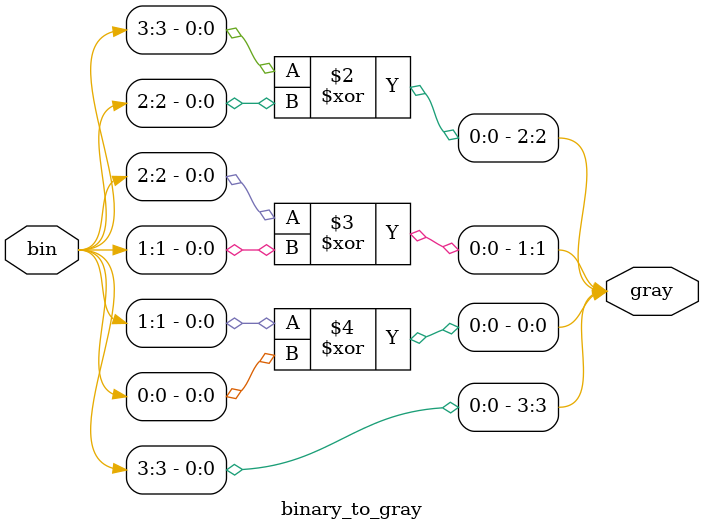
<source format=v>
module gray_to_binary(
    input  [3:0] gray_in,     
    output [3:0] binary_out   
);
always @(*) begin
        // MSB remains same
        binary_out[3] = gray_in[3];
        binary_out[2] = gray_in[2] ^ binary_out[3];
        binary_out[1] = gray_in[1] ^ binary_out[2];
        binary_out[0] = gray_in[0] ^ binary_out[1];
    end
    endmodule

module binary_to_gray(bin, gray);
input  [3:0] bin;
output reg [3:0] gray;
  always @(*) begin
        gray[3] = bin[3];               // MSB same
        gray[2] = bin[3] ^ bin[2];      // XOR B3 and B2
        gray[1] = bin[2] ^ bin[1];      // XOR B2 and B1
        gray[0] = bin[1] ^ bin[0];      // XOR B1 and B0
    end

endmodule




</source>
